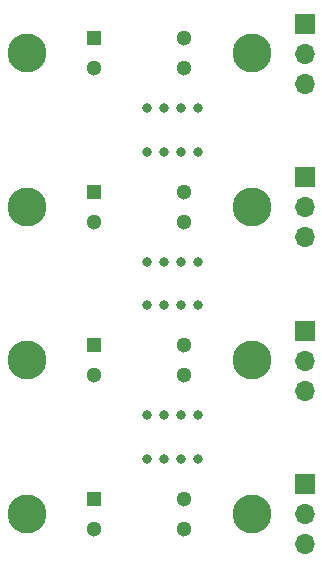
<source format=gbr>
%TF.GenerationSoftware,KiCad,Pcbnew,(5.1.10)-1*%
%TF.CreationDate,2021-10-11T19:14:40+02:00*%
%TF.ProjectId,output.KSI_rotator_endstop,6f757470-7574-42e4-9b53-495f726f7461,rev?*%
%TF.SameCoordinates,Original*%
%TF.FileFunction,Soldermask,Bot*%
%TF.FilePolarity,Negative*%
%FSLAX46Y46*%
G04 Gerber Fmt 4.6, Leading zero omitted, Abs format (unit mm)*
G04 Created by KiCad (PCBNEW (5.1.10)-1) date 2021-10-11 19:14:40*
%MOMM*%
%LPD*%
G01*
G04 APERTURE LIST*
%ADD10C,3.300000*%
%ADD11C,1.300000*%
%ADD12R,1.300000X1.300000*%
%ADD13O,1.700000X1.700000*%
%ADD14R,1.700000X1.700000*%
%ADD15C,0.800000*%
G04 APERTURE END LIST*
D10*
%TO.C,U4*%
X147700000Y-127500000D03*
X128700000Y-127500000D03*
D11*
X142000000Y-128770000D03*
X142000000Y-126230000D03*
X134400000Y-128770000D03*
D12*
X134400000Y-126230000D03*
%TD*%
D10*
%TO.C,U3*%
X147700000Y-114500000D03*
X128700000Y-114500000D03*
D11*
X142000000Y-115770000D03*
X142000000Y-113230000D03*
X134400000Y-115770000D03*
D12*
X134400000Y-113230000D03*
%TD*%
D10*
%TO.C,U2*%
X147700000Y-101500000D03*
X128700000Y-101500000D03*
D11*
X142000000Y-102770000D03*
X142000000Y-100230000D03*
X134400000Y-102770000D03*
D12*
X134400000Y-100230000D03*
%TD*%
D10*
%TO.C,U1*%
X147700000Y-88500000D03*
X128700000Y-88500000D03*
D11*
X142000000Y-89770000D03*
X142000000Y-87230000D03*
X134400000Y-89770000D03*
D12*
X134400000Y-87230000D03*
%TD*%
D13*
%TO.C,J4*%
X152200000Y-130080000D03*
X152200000Y-127540000D03*
D14*
X152200000Y-125000000D03*
%TD*%
D13*
%TO.C,J3*%
X152200000Y-117080000D03*
X152200000Y-114540000D03*
D14*
X152200000Y-112000000D03*
%TD*%
D13*
%TO.C,J2*%
X152200000Y-104080000D03*
X152200000Y-101540000D03*
D14*
X152200000Y-99000000D03*
%TD*%
D13*
%TO.C,J1*%
X152200000Y-91080000D03*
X152200000Y-88540000D03*
D14*
X152200000Y-86000000D03*
%TD*%
D15*
%TO.C,*%
X138812243Y-119149999D03*
X140270747Y-119149999D03*
X141729251Y-119149999D03*
X143187755Y-119149999D03*
%TD*%
%TO.C,*%
X143187752Y-122850001D03*
X141729248Y-122850001D03*
X140270744Y-122850001D03*
X138812240Y-122850001D03*
%TD*%
%TO.C,*%
X138812243Y-106149999D03*
X140270747Y-106149999D03*
X141729251Y-106149999D03*
X143187755Y-106149999D03*
%TD*%
%TO.C,*%
X143187752Y-109850001D03*
X141729248Y-109850001D03*
X140270744Y-109850001D03*
X138812240Y-109850001D03*
%TD*%
%TO.C,*%
X138812243Y-93149999D03*
X140270747Y-93149999D03*
X141729251Y-93149999D03*
X143187755Y-93149999D03*
%TD*%
%TO.C,*%
X143187752Y-96850001D03*
X141729248Y-96850001D03*
X140270744Y-96850001D03*
X138812240Y-96850001D03*
%TD*%
M02*

</source>
